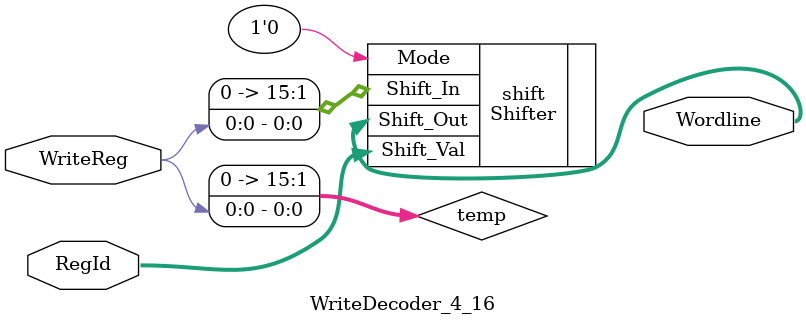
<source format=v>
module WriteDecoder_4_16(input [3:0] RegId, input WriteReg, output [15:0] Wordline);

	wire [15:0] temp;
	assign temp = {15'b000000000000000, WriteReg};

	Shifter shift(.Shift_Out(Wordline), .Shift_In(temp), .Shift_Val(RegId), .Mode(1'b0));

endmodule

</source>
